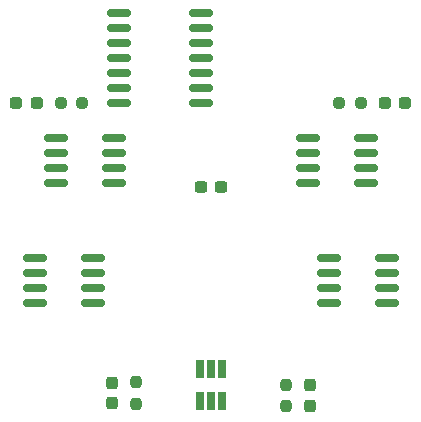
<source format=gtp>
G04 #@! TF.GenerationSoftware,KiCad,Pcbnew,(6.0.7)*
G04 #@! TF.CreationDate,2023-03-21T11:33:27-05:00*
G04 #@! TF.ProjectId,RoveSoMoCo,526f7665-536f-44d6-9f43-6f2e6b696361,rev?*
G04 #@! TF.SameCoordinates,Original*
G04 #@! TF.FileFunction,Paste,Top*
G04 #@! TF.FilePolarity,Positive*
%FSLAX46Y46*%
G04 Gerber Fmt 4.6, Leading zero omitted, Abs format (unit mm)*
G04 Created by KiCad (PCBNEW (6.0.7)) date 2023-03-21 11:33:27*
%MOMM*%
%LPD*%
G01*
G04 APERTURE LIST*
G04 Aperture macros list*
%AMRoundRect*
0 Rectangle with rounded corners*
0 $1 Rounding radius*
0 $2 $3 $4 $5 $6 $7 $8 $9 X,Y pos of 4 corners*
0 Add a 4 corners polygon primitive as box body*
4,1,4,$2,$3,$4,$5,$6,$7,$8,$9,$2,$3,0*
0 Add four circle primitives for the rounded corners*
1,1,$1+$1,$2,$3*
1,1,$1+$1,$4,$5*
1,1,$1+$1,$6,$7*
1,1,$1+$1,$8,$9*
0 Add four rect primitives between the rounded corners*
20,1,$1+$1,$2,$3,$4,$5,0*
20,1,$1+$1,$4,$5,$6,$7,0*
20,1,$1+$1,$6,$7,$8,$9,0*
20,1,$1+$1,$8,$9,$2,$3,0*%
G04 Aperture macros list end*
%ADD10RoundRect,0.237500X-0.300000X-0.237500X0.300000X-0.237500X0.300000X0.237500X-0.300000X0.237500X0*%
%ADD11RoundRect,0.150000X-0.825000X-0.150000X0.825000X-0.150000X0.825000X0.150000X-0.825000X0.150000X0*%
%ADD12RoundRect,0.237500X0.237500X-0.250000X0.237500X0.250000X-0.237500X0.250000X-0.237500X-0.250000X0*%
%ADD13RoundRect,0.237500X0.237500X-0.287500X0.237500X0.287500X-0.237500X0.287500X-0.237500X-0.287500X0*%
%ADD14RoundRect,0.237500X-0.287500X-0.237500X0.287500X-0.237500X0.287500X0.237500X-0.287500X0.237500X0*%
%ADD15RoundRect,0.150000X0.825000X0.150000X-0.825000X0.150000X-0.825000X-0.150000X0.825000X-0.150000X0*%
%ADD16RoundRect,0.150000X-0.837500X-0.150000X0.837500X-0.150000X0.837500X0.150000X-0.837500X0.150000X0*%
%ADD17RoundRect,0.237500X0.250000X0.237500X-0.250000X0.237500X-0.250000X-0.237500X0.250000X-0.237500X0*%
%ADD18RoundRect,0.237500X0.287500X0.237500X-0.287500X0.237500X-0.287500X-0.237500X0.287500X-0.237500X0*%
%ADD19RoundRect,0.237500X-0.250000X-0.237500X0.250000X-0.237500X0.250000X0.237500X-0.250000X0.237500X0*%
%ADD20R,0.650000X1.560000*%
G04 APERTURE END LIST*
D10*
X93371500Y-59690000D03*
X95096500Y-59690000D03*
D11*
X104205000Y-65659000D03*
X104205000Y-66929000D03*
X104205000Y-68199000D03*
X104205000Y-69469000D03*
X109155000Y-69469000D03*
X109155000Y-68199000D03*
X109155000Y-66929000D03*
X109155000Y-65659000D03*
D12*
X87884000Y-78025000D03*
X87884000Y-76200000D03*
D13*
X85852000Y-77987500D03*
X85852000Y-76237500D03*
D14*
X108956500Y-52578000D03*
X110706500Y-52578000D03*
D15*
X107377000Y-59309000D03*
X107377000Y-58039000D03*
X107377000Y-56769000D03*
X107377000Y-55499000D03*
X102427000Y-55499000D03*
X102427000Y-56769000D03*
X102427000Y-58039000D03*
X102427000Y-59309000D03*
D16*
X86453500Y-44958000D03*
X86453500Y-46228000D03*
X86453500Y-47498000D03*
X86453500Y-48768000D03*
X86453500Y-50038000D03*
X86453500Y-51308000D03*
X86453500Y-52578000D03*
X93378500Y-52578000D03*
X93378500Y-51308000D03*
X93378500Y-50038000D03*
X93378500Y-48768000D03*
X93378500Y-47498000D03*
X93378500Y-46228000D03*
X93378500Y-44958000D03*
D17*
X106934000Y-52578000D03*
X105109000Y-52578000D03*
D18*
X79506750Y-52578000D03*
X77756750Y-52578000D03*
D15*
X84263000Y-69469000D03*
X84263000Y-68199000D03*
X84263000Y-66929000D03*
X84263000Y-65659000D03*
X79313000Y-65659000D03*
X79313000Y-66929000D03*
X79313000Y-68199000D03*
X79313000Y-69469000D03*
D19*
X81529250Y-52578000D03*
X83354250Y-52578000D03*
D12*
X100602750Y-78232000D03*
X100602750Y-76407000D03*
D11*
X81091000Y-55499000D03*
X81091000Y-56769000D03*
X81091000Y-58039000D03*
X81091000Y-59309000D03*
X86041000Y-59309000D03*
X86041000Y-58039000D03*
X86041000Y-56769000D03*
X86041000Y-55499000D03*
D20*
X93284000Y-77804000D03*
X94234000Y-77804000D03*
X95184000Y-77804000D03*
X95184000Y-75104000D03*
X94234000Y-75104000D03*
X93284000Y-75104000D03*
D13*
X102634750Y-78194500D03*
X102634750Y-76444500D03*
M02*

</source>
